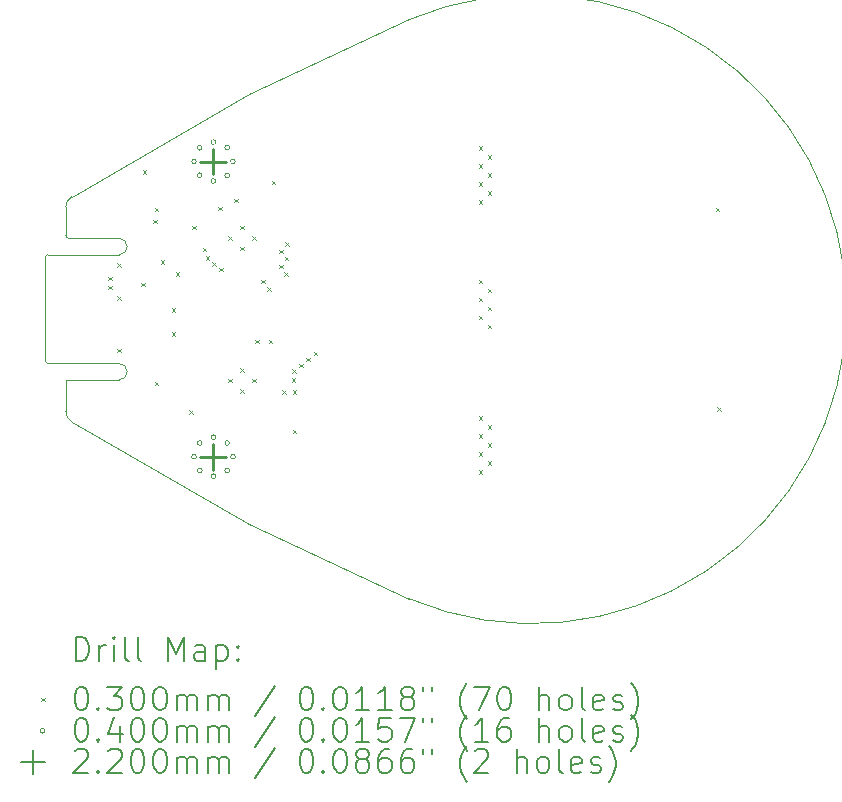
<source format=gbr>
%TF.GenerationSoftware,KiCad,Pcbnew,8.0.1*%
%TF.CreationDate,2024-04-18T14:38:25+01:00*%
%TF.ProjectId,makerspace-badge,6d616b65-7273-4706-9163-652d62616467,rev?*%
%TF.SameCoordinates,Original*%
%TF.FileFunction,Drillmap*%
%TF.FilePolarity,Positive*%
%FSLAX45Y45*%
G04 Gerber Fmt 4.5, Leading zero omitted, Abs format (unit mm)*
G04 Created by KiCad (PCBNEW 8.0.1) date 2024-04-18 14:38:25*
%MOMM*%
%LPD*%
G01*
G04 APERTURE LIST*
%ADD10C,0.050000*%
%ADD11C,0.100000*%
%ADD12C,0.200000*%
%ADD13C,0.220000*%
G04 APERTURE END LIST*
D10*
X10050000Y-9047373D02*
X11549999Y-8181347D01*
D11*
X10025000Y-9400000D02*
G75*
G02*
X10000000Y-9375000I0J25000D01*
G01*
D10*
X10050000Y-10952627D02*
X11549999Y-11818652D01*
X11549999Y-11818652D02*
X12909461Y-12452580D01*
X10000000Y-9375000D02*
X10000000Y-9133975D01*
X10000000Y-9133975D02*
G75*
G02*
X10050002Y-9047376I100000J-5D01*
G01*
X10000000Y-10625000D02*
X10000000Y-10866024D01*
X12909461Y-7547420D02*
G75*
G02*
X12909461Y-12452580I1037463J-2452580D01*
G01*
D11*
X10000000Y-10625000D02*
G75*
G02*
X10025000Y-10600000I25000J0D01*
G01*
D10*
X10050000Y-10952627D02*
G75*
G02*
X9999996Y-10866024I50000J86607D01*
G01*
X11549999Y-8181347D02*
X12909461Y-7547420D01*
X9825000Y-10440000D02*
X9825000Y-9560000D01*
X10450000Y-9400000D02*
X10025000Y-9400000D01*
X10450000Y-9540000D02*
X9845000Y-9540000D01*
X10450000Y-10460000D02*
X9845000Y-10460000D01*
X10450000Y-10600000D02*
X10025000Y-10600000D01*
X9825000Y-9560000D02*
G75*
G02*
X9845000Y-9540000I20000J0D01*
G01*
X9845000Y-10460000D02*
G75*
G02*
X9825000Y-10440000I0J20000D01*
G01*
X10450000Y-9400000D02*
G75*
G02*
X10520000Y-9470000I0J-70000D01*
G01*
X10450000Y-10460000D02*
G75*
G02*
X10520000Y-10530000I0J-70000D01*
G01*
X10520000Y-9470000D02*
G75*
G02*
X10450000Y-9540000I-70000J0D01*
G01*
X10520000Y-10530000D02*
G75*
G02*
X10450000Y-10600000I-70000J0D01*
G01*
D12*
D11*
X10360900Y-9725900D02*
X10390900Y-9755900D01*
X10390900Y-9725900D02*
X10360900Y-9755900D01*
X10360900Y-9802100D02*
X10390900Y-9832100D01*
X10390900Y-9802100D02*
X10360900Y-9832100D01*
X10437100Y-9611600D02*
X10467100Y-9641600D01*
X10467100Y-9611600D02*
X10437100Y-9641600D01*
X10437100Y-9891000D02*
X10467100Y-9921000D01*
X10467100Y-9891000D02*
X10437100Y-9921000D01*
X10437100Y-10335500D02*
X10467100Y-10365500D01*
X10467100Y-10335500D02*
X10437100Y-10365500D01*
X10640300Y-9776700D02*
X10670300Y-9806700D01*
X10670300Y-9776700D02*
X10640300Y-9806700D01*
X10653000Y-8824200D02*
X10683000Y-8854200D01*
X10683000Y-8824200D02*
X10653000Y-8854200D01*
X10741900Y-9243300D02*
X10771900Y-9273300D01*
X10771900Y-9243300D02*
X10741900Y-9273300D01*
X10754600Y-9141700D02*
X10784600Y-9171700D01*
X10784600Y-9141700D02*
X10754600Y-9171700D01*
X10754600Y-10614900D02*
X10784600Y-10644900D01*
X10784600Y-10614900D02*
X10754600Y-10644900D01*
X10805400Y-9586200D02*
X10835400Y-9616200D01*
X10835400Y-9586200D02*
X10805400Y-9616200D01*
X10896650Y-9992600D02*
X10926650Y-10022600D01*
X10926650Y-9992600D02*
X10896650Y-10022600D01*
X10896650Y-10195800D02*
X10926650Y-10225800D01*
X10926650Y-10195800D02*
X10896650Y-10225800D01*
X10932400Y-9687800D02*
X10962400Y-9717800D01*
X10962400Y-9687800D02*
X10932400Y-9717800D01*
X11046700Y-10856200D02*
X11076700Y-10886200D01*
X11076700Y-10856200D02*
X11046700Y-10886200D01*
X11072100Y-9294100D02*
X11102100Y-9324100D01*
X11102100Y-9294100D02*
X11072100Y-9324100D01*
X11159120Y-9479579D02*
X11189120Y-9509579D01*
X11189120Y-9479579D02*
X11159120Y-9509579D01*
X11185767Y-9550755D02*
X11215767Y-9580755D01*
X11215767Y-9550755D02*
X11185767Y-9580755D01*
X11239900Y-9604100D02*
X11269900Y-9634100D01*
X11269900Y-9604100D02*
X11239900Y-9634100D01*
X11292332Y-9131800D02*
X11322332Y-9161800D01*
X11322332Y-9131800D02*
X11292332Y-9161800D01*
X11300700Y-9649700D02*
X11330700Y-9679700D01*
X11330700Y-9649700D02*
X11300700Y-9679700D01*
X11376900Y-9383000D02*
X11406900Y-9413000D01*
X11406900Y-9383000D02*
X11376900Y-9413000D01*
X11376900Y-10589500D02*
X11406900Y-10619500D01*
X11406900Y-10589500D02*
X11376900Y-10619500D01*
X11427700Y-9065500D02*
X11457700Y-9095500D01*
X11457700Y-9065500D02*
X11427700Y-9095500D01*
X11478500Y-9294100D02*
X11508500Y-9324100D01*
X11508500Y-9294100D02*
X11478500Y-9324100D01*
X11478500Y-9471900D02*
X11508500Y-9501900D01*
X11508500Y-9471900D02*
X11478500Y-9501900D01*
X11478500Y-10500600D02*
X11508500Y-10530600D01*
X11508500Y-10500600D02*
X11478500Y-10530600D01*
X11478500Y-10678400D02*
X11508500Y-10708400D01*
X11508500Y-10678400D02*
X11478500Y-10708400D01*
X11580100Y-9383000D02*
X11610100Y-9413000D01*
X11610100Y-9383000D02*
X11580100Y-9413000D01*
X11580100Y-10589500D02*
X11610100Y-10619500D01*
X11610100Y-10589500D02*
X11580100Y-10619500D01*
X11605500Y-10258721D02*
X11635500Y-10288721D01*
X11635500Y-10258721D02*
X11605500Y-10288721D01*
X11656300Y-9751300D02*
X11686300Y-9781300D01*
X11686300Y-9751300D02*
X11656300Y-9781300D01*
X11707100Y-9814800D02*
X11737100Y-9844800D01*
X11737100Y-9814800D02*
X11707100Y-9844800D01*
X11719800Y-10258721D02*
X11749800Y-10288721D01*
X11749800Y-10258721D02*
X11719800Y-10288721D01*
X11745200Y-8913100D02*
X11775200Y-8943100D01*
X11775200Y-8913100D02*
X11745200Y-8943100D01*
X11808700Y-9497300D02*
X11838700Y-9527300D01*
X11838700Y-9497300D02*
X11808700Y-9527300D01*
X11808700Y-9624300D02*
X11838700Y-9654300D01*
X11838700Y-9624300D02*
X11808700Y-9654300D01*
X11834100Y-10687742D02*
X11864100Y-10717742D01*
X11864100Y-10687742D02*
X11834100Y-10717742D01*
X11847802Y-9689470D02*
X11877802Y-9719470D01*
X11877802Y-9689470D02*
X11847802Y-9719470D01*
X11854300Y-9558100D02*
X11884300Y-9588100D01*
X11884300Y-9558100D02*
X11854300Y-9588100D01*
X11859500Y-9433800D02*
X11889500Y-9463800D01*
X11889500Y-9433800D02*
X11859500Y-9463800D01*
X11913115Y-10586376D02*
X11943115Y-10616376D01*
X11943115Y-10586376D02*
X11913115Y-10616376D01*
X11917562Y-10508572D02*
X11947562Y-10538572D01*
X11947562Y-10508572D02*
X11917562Y-10538572D01*
X11923000Y-10687742D02*
X11953000Y-10717742D01*
X11953000Y-10687742D02*
X11923000Y-10717742D01*
X11923000Y-11021300D02*
X11953000Y-11051300D01*
X11953000Y-11021300D02*
X11923000Y-11051300D01*
X11976353Y-10460409D02*
X12006353Y-10490409D01*
X12006353Y-10460409D02*
X11976353Y-10490409D01*
X12037300Y-10411700D02*
X12067300Y-10441700D01*
X12067300Y-10411700D02*
X12037300Y-10441700D01*
X12100800Y-10360900D02*
X12130800Y-10390900D01*
X12130800Y-10360900D02*
X12100800Y-10390900D01*
X13497800Y-8621000D02*
X13527800Y-8651000D01*
X13527800Y-8621000D02*
X13497800Y-8651000D01*
X13497800Y-8773400D02*
X13527800Y-8803400D01*
X13527800Y-8773400D02*
X13497800Y-8803400D01*
X13497800Y-8925800D02*
X13527800Y-8955800D01*
X13527800Y-8925800D02*
X13497800Y-8955800D01*
X13497800Y-9078200D02*
X13527800Y-9108200D01*
X13527800Y-9078200D02*
X13497800Y-9108200D01*
X13497800Y-9751300D02*
X13527800Y-9781300D01*
X13527800Y-9751300D02*
X13497800Y-9781300D01*
X13497800Y-9903700D02*
X13527800Y-9933700D01*
X13527800Y-9903700D02*
X13497800Y-9933700D01*
X13497800Y-10056100D02*
X13527800Y-10086100D01*
X13527800Y-10056100D02*
X13497800Y-10086100D01*
X13497800Y-10907000D02*
X13527800Y-10937000D01*
X13527800Y-10907000D02*
X13497800Y-10937000D01*
X13497800Y-11059400D02*
X13527800Y-11089400D01*
X13527800Y-11059400D02*
X13497800Y-11089400D01*
X13497800Y-11211800D02*
X13527800Y-11241800D01*
X13527800Y-11211800D02*
X13497800Y-11241800D01*
X13497800Y-11364200D02*
X13527800Y-11394200D01*
X13527800Y-11364200D02*
X13497800Y-11394200D01*
X13574000Y-8697200D02*
X13604000Y-8727200D01*
X13604000Y-8697200D02*
X13574000Y-8727200D01*
X13574000Y-8849600D02*
X13604000Y-8879600D01*
X13604000Y-8849600D02*
X13574000Y-8879600D01*
X13574000Y-9002000D02*
X13604000Y-9032000D01*
X13604000Y-9002000D02*
X13574000Y-9032000D01*
X13574000Y-9827500D02*
X13604000Y-9857500D01*
X13604000Y-9827500D02*
X13574000Y-9857500D01*
X13574000Y-9979900D02*
X13604000Y-10009900D01*
X13604000Y-9979900D02*
X13574000Y-10009900D01*
X13574000Y-10132300D02*
X13604000Y-10162300D01*
X13604000Y-10132300D02*
X13574000Y-10162300D01*
X13574000Y-10983200D02*
X13604000Y-11013200D01*
X13604000Y-10983200D02*
X13574000Y-11013200D01*
X13574000Y-11135600D02*
X13604000Y-11165600D01*
X13604000Y-11135600D02*
X13574000Y-11165600D01*
X13574000Y-11288000D02*
X13604000Y-11318000D01*
X13604000Y-11288000D02*
X13574000Y-11318000D01*
X15504400Y-9141700D02*
X15534400Y-9171700D01*
X15534400Y-9141700D02*
X15504400Y-9171700D01*
X15517100Y-10830800D02*
X15547100Y-10860800D01*
X15547100Y-10830800D02*
X15517100Y-10860800D01*
X11105000Y-8750000D02*
G75*
G02*
X11065000Y-8750000I-20000J0D01*
G01*
X11065000Y-8750000D02*
G75*
G02*
X11105000Y-8750000I20000J0D01*
G01*
X11105000Y-11250000D02*
G75*
G02*
X11065000Y-11250000I-20000J0D01*
G01*
X11065000Y-11250000D02*
G75*
G02*
X11105000Y-11250000I20000J0D01*
G01*
X11153327Y-8633327D02*
G75*
G02*
X11113327Y-8633327I-20000J0D01*
G01*
X11113327Y-8633327D02*
G75*
G02*
X11153327Y-8633327I20000J0D01*
G01*
X11153327Y-8866673D02*
G75*
G02*
X11113327Y-8866673I-20000J0D01*
G01*
X11113327Y-8866673D02*
G75*
G02*
X11153327Y-8866673I20000J0D01*
G01*
X11153327Y-11133327D02*
G75*
G02*
X11113327Y-11133327I-20000J0D01*
G01*
X11113327Y-11133327D02*
G75*
G02*
X11153327Y-11133327I20000J0D01*
G01*
X11153327Y-11366673D02*
G75*
G02*
X11113327Y-11366673I-20000J0D01*
G01*
X11113327Y-11366673D02*
G75*
G02*
X11153327Y-11366673I20000J0D01*
G01*
X11270000Y-8585000D02*
G75*
G02*
X11230000Y-8585000I-20000J0D01*
G01*
X11230000Y-8585000D02*
G75*
G02*
X11270000Y-8585000I20000J0D01*
G01*
X11270000Y-8915000D02*
G75*
G02*
X11230000Y-8915000I-20000J0D01*
G01*
X11230000Y-8915000D02*
G75*
G02*
X11270000Y-8915000I20000J0D01*
G01*
X11270000Y-11085000D02*
G75*
G02*
X11230000Y-11085000I-20000J0D01*
G01*
X11230000Y-11085000D02*
G75*
G02*
X11270000Y-11085000I20000J0D01*
G01*
X11270000Y-11415000D02*
G75*
G02*
X11230000Y-11415000I-20000J0D01*
G01*
X11230000Y-11415000D02*
G75*
G02*
X11270000Y-11415000I20000J0D01*
G01*
X11386673Y-8633327D02*
G75*
G02*
X11346673Y-8633327I-20000J0D01*
G01*
X11346673Y-8633327D02*
G75*
G02*
X11386673Y-8633327I20000J0D01*
G01*
X11386673Y-8866673D02*
G75*
G02*
X11346673Y-8866673I-20000J0D01*
G01*
X11346673Y-8866673D02*
G75*
G02*
X11386673Y-8866673I20000J0D01*
G01*
X11386673Y-11133327D02*
G75*
G02*
X11346673Y-11133327I-20000J0D01*
G01*
X11346673Y-11133327D02*
G75*
G02*
X11386673Y-11133327I20000J0D01*
G01*
X11386673Y-11366673D02*
G75*
G02*
X11346673Y-11366673I-20000J0D01*
G01*
X11346673Y-11366673D02*
G75*
G02*
X11386673Y-11366673I20000J0D01*
G01*
X11435000Y-8750000D02*
G75*
G02*
X11395000Y-8750000I-20000J0D01*
G01*
X11395000Y-8750000D02*
G75*
G02*
X11435000Y-8750000I20000J0D01*
G01*
X11435000Y-11250000D02*
G75*
G02*
X11395000Y-11250000I-20000J0D01*
G01*
X11395000Y-11250000D02*
G75*
G02*
X11435000Y-11250000I20000J0D01*
G01*
D13*
X11250000Y-8640000D02*
X11250000Y-8860000D01*
X11140000Y-8750000D02*
X11360000Y-8750000D01*
X11250000Y-11140000D02*
X11250000Y-11360000D01*
X11140000Y-11250000D02*
X11360000Y-11250000D01*
D12*
X10083277Y-12976967D02*
X10083277Y-12776967D01*
X10083277Y-12776967D02*
X10130896Y-12776967D01*
X10130896Y-12776967D02*
X10159467Y-12786491D01*
X10159467Y-12786491D02*
X10178515Y-12805538D01*
X10178515Y-12805538D02*
X10188039Y-12824586D01*
X10188039Y-12824586D02*
X10197563Y-12862681D01*
X10197563Y-12862681D02*
X10197563Y-12891252D01*
X10197563Y-12891252D02*
X10188039Y-12929348D01*
X10188039Y-12929348D02*
X10178515Y-12948395D01*
X10178515Y-12948395D02*
X10159467Y-12967443D01*
X10159467Y-12967443D02*
X10130896Y-12976967D01*
X10130896Y-12976967D02*
X10083277Y-12976967D01*
X10283277Y-12976967D02*
X10283277Y-12843633D01*
X10283277Y-12881729D02*
X10292801Y-12862681D01*
X10292801Y-12862681D02*
X10302324Y-12853157D01*
X10302324Y-12853157D02*
X10321372Y-12843633D01*
X10321372Y-12843633D02*
X10340420Y-12843633D01*
X10407086Y-12976967D02*
X10407086Y-12843633D01*
X10407086Y-12776967D02*
X10397563Y-12786491D01*
X10397563Y-12786491D02*
X10407086Y-12796014D01*
X10407086Y-12796014D02*
X10416610Y-12786491D01*
X10416610Y-12786491D02*
X10407086Y-12776967D01*
X10407086Y-12776967D02*
X10407086Y-12796014D01*
X10530896Y-12976967D02*
X10511848Y-12967443D01*
X10511848Y-12967443D02*
X10502324Y-12948395D01*
X10502324Y-12948395D02*
X10502324Y-12776967D01*
X10635658Y-12976967D02*
X10616610Y-12967443D01*
X10616610Y-12967443D02*
X10607086Y-12948395D01*
X10607086Y-12948395D02*
X10607086Y-12776967D01*
X10864229Y-12976967D02*
X10864229Y-12776967D01*
X10864229Y-12776967D02*
X10930896Y-12919824D01*
X10930896Y-12919824D02*
X10997563Y-12776967D01*
X10997563Y-12776967D02*
X10997563Y-12976967D01*
X11178515Y-12976967D02*
X11178515Y-12872205D01*
X11178515Y-12872205D02*
X11168991Y-12853157D01*
X11168991Y-12853157D02*
X11149944Y-12843633D01*
X11149944Y-12843633D02*
X11111848Y-12843633D01*
X11111848Y-12843633D02*
X11092801Y-12853157D01*
X11178515Y-12967443D02*
X11159467Y-12976967D01*
X11159467Y-12976967D02*
X11111848Y-12976967D01*
X11111848Y-12976967D02*
X11092801Y-12967443D01*
X11092801Y-12967443D02*
X11083277Y-12948395D01*
X11083277Y-12948395D02*
X11083277Y-12929348D01*
X11083277Y-12929348D02*
X11092801Y-12910300D01*
X11092801Y-12910300D02*
X11111848Y-12900776D01*
X11111848Y-12900776D02*
X11159467Y-12900776D01*
X11159467Y-12900776D02*
X11178515Y-12891252D01*
X11273753Y-12843633D02*
X11273753Y-13043633D01*
X11273753Y-12853157D02*
X11292801Y-12843633D01*
X11292801Y-12843633D02*
X11330896Y-12843633D01*
X11330896Y-12843633D02*
X11349943Y-12853157D01*
X11349943Y-12853157D02*
X11359467Y-12862681D01*
X11359467Y-12862681D02*
X11368991Y-12881729D01*
X11368991Y-12881729D02*
X11368991Y-12938871D01*
X11368991Y-12938871D02*
X11359467Y-12957919D01*
X11359467Y-12957919D02*
X11349943Y-12967443D01*
X11349943Y-12967443D02*
X11330896Y-12976967D01*
X11330896Y-12976967D02*
X11292801Y-12976967D01*
X11292801Y-12976967D02*
X11273753Y-12967443D01*
X11454705Y-12957919D02*
X11464229Y-12967443D01*
X11464229Y-12967443D02*
X11454705Y-12976967D01*
X11454705Y-12976967D02*
X11445182Y-12967443D01*
X11445182Y-12967443D02*
X11454705Y-12957919D01*
X11454705Y-12957919D02*
X11454705Y-12976967D01*
X11454705Y-12853157D02*
X11464229Y-12862681D01*
X11464229Y-12862681D02*
X11454705Y-12872205D01*
X11454705Y-12872205D02*
X11445182Y-12862681D01*
X11445182Y-12862681D02*
X11454705Y-12853157D01*
X11454705Y-12853157D02*
X11454705Y-12872205D01*
D11*
X9792500Y-13290483D02*
X9822500Y-13320483D01*
X9822500Y-13290483D02*
X9792500Y-13320483D01*
D12*
X10121372Y-13196967D02*
X10140420Y-13196967D01*
X10140420Y-13196967D02*
X10159467Y-13206491D01*
X10159467Y-13206491D02*
X10168991Y-13216014D01*
X10168991Y-13216014D02*
X10178515Y-13235062D01*
X10178515Y-13235062D02*
X10188039Y-13273157D01*
X10188039Y-13273157D02*
X10188039Y-13320776D01*
X10188039Y-13320776D02*
X10178515Y-13358871D01*
X10178515Y-13358871D02*
X10168991Y-13377919D01*
X10168991Y-13377919D02*
X10159467Y-13387443D01*
X10159467Y-13387443D02*
X10140420Y-13396967D01*
X10140420Y-13396967D02*
X10121372Y-13396967D01*
X10121372Y-13396967D02*
X10102324Y-13387443D01*
X10102324Y-13387443D02*
X10092801Y-13377919D01*
X10092801Y-13377919D02*
X10083277Y-13358871D01*
X10083277Y-13358871D02*
X10073753Y-13320776D01*
X10073753Y-13320776D02*
X10073753Y-13273157D01*
X10073753Y-13273157D02*
X10083277Y-13235062D01*
X10083277Y-13235062D02*
X10092801Y-13216014D01*
X10092801Y-13216014D02*
X10102324Y-13206491D01*
X10102324Y-13206491D02*
X10121372Y-13196967D01*
X10273753Y-13377919D02*
X10283277Y-13387443D01*
X10283277Y-13387443D02*
X10273753Y-13396967D01*
X10273753Y-13396967D02*
X10264229Y-13387443D01*
X10264229Y-13387443D02*
X10273753Y-13377919D01*
X10273753Y-13377919D02*
X10273753Y-13396967D01*
X10349944Y-13196967D02*
X10473753Y-13196967D01*
X10473753Y-13196967D02*
X10407086Y-13273157D01*
X10407086Y-13273157D02*
X10435658Y-13273157D01*
X10435658Y-13273157D02*
X10454705Y-13282681D01*
X10454705Y-13282681D02*
X10464229Y-13292205D01*
X10464229Y-13292205D02*
X10473753Y-13311252D01*
X10473753Y-13311252D02*
X10473753Y-13358871D01*
X10473753Y-13358871D02*
X10464229Y-13377919D01*
X10464229Y-13377919D02*
X10454705Y-13387443D01*
X10454705Y-13387443D02*
X10435658Y-13396967D01*
X10435658Y-13396967D02*
X10378515Y-13396967D01*
X10378515Y-13396967D02*
X10359467Y-13387443D01*
X10359467Y-13387443D02*
X10349944Y-13377919D01*
X10597563Y-13196967D02*
X10616610Y-13196967D01*
X10616610Y-13196967D02*
X10635658Y-13206491D01*
X10635658Y-13206491D02*
X10645182Y-13216014D01*
X10645182Y-13216014D02*
X10654705Y-13235062D01*
X10654705Y-13235062D02*
X10664229Y-13273157D01*
X10664229Y-13273157D02*
X10664229Y-13320776D01*
X10664229Y-13320776D02*
X10654705Y-13358871D01*
X10654705Y-13358871D02*
X10645182Y-13377919D01*
X10645182Y-13377919D02*
X10635658Y-13387443D01*
X10635658Y-13387443D02*
X10616610Y-13396967D01*
X10616610Y-13396967D02*
X10597563Y-13396967D01*
X10597563Y-13396967D02*
X10578515Y-13387443D01*
X10578515Y-13387443D02*
X10568991Y-13377919D01*
X10568991Y-13377919D02*
X10559467Y-13358871D01*
X10559467Y-13358871D02*
X10549944Y-13320776D01*
X10549944Y-13320776D02*
X10549944Y-13273157D01*
X10549944Y-13273157D02*
X10559467Y-13235062D01*
X10559467Y-13235062D02*
X10568991Y-13216014D01*
X10568991Y-13216014D02*
X10578515Y-13206491D01*
X10578515Y-13206491D02*
X10597563Y-13196967D01*
X10788039Y-13196967D02*
X10807086Y-13196967D01*
X10807086Y-13196967D02*
X10826134Y-13206491D01*
X10826134Y-13206491D02*
X10835658Y-13216014D01*
X10835658Y-13216014D02*
X10845182Y-13235062D01*
X10845182Y-13235062D02*
X10854705Y-13273157D01*
X10854705Y-13273157D02*
X10854705Y-13320776D01*
X10854705Y-13320776D02*
X10845182Y-13358871D01*
X10845182Y-13358871D02*
X10835658Y-13377919D01*
X10835658Y-13377919D02*
X10826134Y-13387443D01*
X10826134Y-13387443D02*
X10807086Y-13396967D01*
X10807086Y-13396967D02*
X10788039Y-13396967D01*
X10788039Y-13396967D02*
X10768991Y-13387443D01*
X10768991Y-13387443D02*
X10759467Y-13377919D01*
X10759467Y-13377919D02*
X10749944Y-13358871D01*
X10749944Y-13358871D02*
X10740420Y-13320776D01*
X10740420Y-13320776D02*
X10740420Y-13273157D01*
X10740420Y-13273157D02*
X10749944Y-13235062D01*
X10749944Y-13235062D02*
X10759467Y-13216014D01*
X10759467Y-13216014D02*
X10768991Y-13206491D01*
X10768991Y-13206491D02*
X10788039Y-13196967D01*
X10940420Y-13396967D02*
X10940420Y-13263633D01*
X10940420Y-13282681D02*
X10949944Y-13273157D01*
X10949944Y-13273157D02*
X10968991Y-13263633D01*
X10968991Y-13263633D02*
X10997563Y-13263633D01*
X10997563Y-13263633D02*
X11016610Y-13273157D01*
X11016610Y-13273157D02*
X11026134Y-13292205D01*
X11026134Y-13292205D02*
X11026134Y-13396967D01*
X11026134Y-13292205D02*
X11035658Y-13273157D01*
X11035658Y-13273157D02*
X11054705Y-13263633D01*
X11054705Y-13263633D02*
X11083277Y-13263633D01*
X11083277Y-13263633D02*
X11102325Y-13273157D01*
X11102325Y-13273157D02*
X11111848Y-13292205D01*
X11111848Y-13292205D02*
X11111848Y-13396967D01*
X11207086Y-13396967D02*
X11207086Y-13263633D01*
X11207086Y-13282681D02*
X11216610Y-13273157D01*
X11216610Y-13273157D02*
X11235658Y-13263633D01*
X11235658Y-13263633D02*
X11264229Y-13263633D01*
X11264229Y-13263633D02*
X11283277Y-13273157D01*
X11283277Y-13273157D02*
X11292801Y-13292205D01*
X11292801Y-13292205D02*
X11292801Y-13396967D01*
X11292801Y-13292205D02*
X11302324Y-13273157D01*
X11302324Y-13273157D02*
X11321372Y-13263633D01*
X11321372Y-13263633D02*
X11349943Y-13263633D01*
X11349943Y-13263633D02*
X11368991Y-13273157D01*
X11368991Y-13273157D02*
X11378515Y-13292205D01*
X11378515Y-13292205D02*
X11378515Y-13396967D01*
X11768991Y-13187443D02*
X11597563Y-13444586D01*
X12026134Y-13196967D02*
X12045182Y-13196967D01*
X12045182Y-13196967D02*
X12064229Y-13206491D01*
X12064229Y-13206491D02*
X12073753Y-13216014D01*
X12073753Y-13216014D02*
X12083277Y-13235062D01*
X12083277Y-13235062D02*
X12092801Y-13273157D01*
X12092801Y-13273157D02*
X12092801Y-13320776D01*
X12092801Y-13320776D02*
X12083277Y-13358871D01*
X12083277Y-13358871D02*
X12073753Y-13377919D01*
X12073753Y-13377919D02*
X12064229Y-13387443D01*
X12064229Y-13387443D02*
X12045182Y-13396967D01*
X12045182Y-13396967D02*
X12026134Y-13396967D01*
X12026134Y-13396967D02*
X12007086Y-13387443D01*
X12007086Y-13387443D02*
X11997563Y-13377919D01*
X11997563Y-13377919D02*
X11988039Y-13358871D01*
X11988039Y-13358871D02*
X11978515Y-13320776D01*
X11978515Y-13320776D02*
X11978515Y-13273157D01*
X11978515Y-13273157D02*
X11988039Y-13235062D01*
X11988039Y-13235062D02*
X11997563Y-13216014D01*
X11997563Y-13216014D02*
X12007086Y-13206491D01*
X12007086Y-13206491D02*
X12026134Y-13196967D01*
X12178515Y-13377919D02*
X12188039Y-13387443D01*
X12188039Y-13387443D02*
X12178515Y-13396967D01*
X12178515Y-13396967D02*
X12168991Y-13387443D01*
X12168991Y-13387443D02*
X12178515Y-13377919D01*
X12178515Y-13377919D02*
X12178515Y-13396967D01*
X12311848Y-13196967D02*
X12330896Y-13196967D01*
X12330896Y-13196967D02*
X12349944Y-13206491D01*
X12349944Y-13206491D02*
X12359467Y-13216014D01*
X12359467Y-13216014D02*
X12368991Y-13235062D01*
X12368991Y-13235062D02*
X12378515Y-13273157D01*
X12378515Y-13273157D02*
X12378515Y-13320776D01*
X12378515Y-13320776D02*
X12368991Y-13358871D01*
X12368991Y-13358871D02*
X12359467Y-13377919D01*
X12359467Y-13377919D02*
X12349944Y-13387443D01*
X12349944Y-13387443D02*
X12330896Y-13396967D01*
X12330896Y-13396967D02*
X12311848Y-13396967D01*
X12311848Y-13396967D02*
X12292801Y-13387443D01*
X12292801Y-13387443D02*
X12283277Y-13377919D01*
X12283277Y-13377919D02*
X12273753Y-13358871D01*
X12273753Y-13358871D02*
X12264229Y-13320776D01*
X12264229Y-13320776D02*
X12264229Y-13273157D01*
X12264229Y-13273157D02*
X12273753Y-13235062D01*
X12273753Y-13235062D02*
X12283277Y-13216014D01*
X12283277Y-13216014D02*
X12292801Y-13206491D01*
X12292801Y-13206491D02*
X12311848Y-13196967D01*
X12568991Y-13396967D02*
X12454706Y-13396967D01*
X12511848Y-13396967D02*
X12511848Y-13196967D01*
X12511848Y-13196967D02*
X12492801Y-13225538D01*
X12492801Y-13225538D02*
X12473753Y-13244586D01*
X12473753Y-13244586D02*
X12454706Y-13254110D01*
X12759467Y-13396967D02*
X12645182Y-13396967D01*
X12702325Y-13396967D02*
X12702325Y-13196967D01*
X12702325Y-13196967D02*
X12683277Y-13225538D01*
X12683277Y-13225538D02*
X12664229Y-13244586D01*
X12664229Y-13244586D02*
X12645182Y-13254110D01*
X12873753Y-13282681D02*
X12854706Y-13273157D01*
X12854706Y-13273157D02*
X12845182Y-13263633D01*
X12845182Y-13263633D02*
X12835658Y-13244586D01*
X12835658Y-13244586D02*
X12835658Y-13235062D01*
X12835658Y-13235062D02*
X12845182Y-13216014D01*
X12845182Y-13216014D02*
X12854706Y-13206491D01*
X12854706Y-13206491D02*
X12873753Y-13196967D01*
X12873753Y-13196967D02*
X12911848Y-13196967D01*
X12911848Y-13196967D02*
X12930896Y-13206491D01*
X12930896Y-13206491D02*
X12940420Y-13216014D01*
X12940420Y-13216014D02*
X12949944Y-13235062D01*
X12949944Y-13235062D02*
X12949944Y-13244586D01*
X12949944Y-13244586D02*
X12940420Y-13263633D01*
X12940420Y-13263633D02*
X12930896Y-13273157D01*
X12930896Y-13273157D02*
X12911848Y-13282681D01*
X12911848Y-13282681D02*
X12873753Y-13282681D01*
X12873753Y-13282681D02*
X12854706Y-13292205D01*
X12854706Y-13292205D02*
X12845182Y-13301729D01*
X12845182Y-13301729D02*
X12835658Y-13320776D01*
X12835658Y-13320776D02*
X12835658Y-13358871D01*
X12835658Y-13358871D02*
X12845182Y-13377919D01*
X12845182Y-13377919D02*
X12854706Y-13387443D01*
X12854706Y-13387443D02*
X12873753Y-13396967D01*
X12873753Y-13396967D02*
X12911848Y-13396967D01*
X12911848Y-13396967D02*
X12930896Y-13387443D01*
X12930896Y-13387443D02*
X12940420Y-13377919D01*
X12940420Y-13377919D02*
X12949944Y-13358871D01*
X12949944Y-13358871D02*
X12949944Y-13320776D01*
X12949944Y-13320776D02*
X12940420Y-13301729D01*
X12940420Y-13301729D02*
X12930896Y-13292205D01*
X12930896Y-13292205D02*
X12911848Y-13282681D01*
X13026134Y-13196967D02*
X13026134Y-13235062D01*
X13102325Y-13196967D02*
X13102325Y-13235062D01*
X13397563Y-13473157D02*
X13388039Y-13463633D01*
X13388039Y-13463633D02*
X13368991Y-13435062D01*
X13368991Y-13435062D02*
X13359468Y-13416014D01*
X13359468Y-13416014D02*
X13349944Y-13387443D01*
X13349944Y-13387443D02*
X13340420Y-13339824D01*
X13340420Y-13339824D02*
X13340420Y-13301729D01*
X13340420Y-13301729D02*
X13349944Y-13254110D01*
X13349944Y-13254110D02*
X13359468Y-13225538D01*
X13359468Y-13225538D02*
X13368991Y-13206491D01*
X13368991Y-13206491D02*
X13388039Y-13177919D01*
X13388039Y-13177919D02*
X13397563Y-13168395D01*
X13454706Y-13196967D02*
X13588039Y-13196967D01*
X13588039Y-13196967D02*
X13502325Y-13396967D01*
X13702325Y-13196967D02*
X13721372Y-13196967D01*
X13721372Y-13196967D02*
X13740420Y-13206491D01*
X13740420Y-13206491D02*
X13749944Y-13216014D01*
X13749944Y-13216014D02*
X13759468Y-13235062D01*
X13759468Y-13235062D02*
X13768991Y-13273157D01*
X13768991Y-13273157D02*
X13768991Y-13320776D01*
X13768991Y-13320776D02*
X13759468Y-13358871D01*
X13759468Y-13358871D02*
X13749944Y-13377919D01*
X13749944Y-13377919D02*
X13740420Y-13387443D01*
X13740420Y-13387443D02*
X13721372Y-13396967D01*
X13721372Y-13396967D02*
X13702325Y-13396967D01*
X13702325Y-13396967D02*
X13683277Y-13387443D01*
X13683277Y-13387443D02*
X13673753Y-13377919D01*
X13673753Y-13377919D02*
X13664229Y-13358871D01*
X13664229Y-13358871D02*
X13654706Y-13320776D01*
X13654706Y-13320776D02*
X13654706Y-13273157D01*
X13654706Y-13273157D02*
X13664229Y-13235062D01*
X13664229Y-13235062D02*
X13673753Y-13216014D01*
X13673753Y-13216014D02*
X13683277Y-13206491D01*
X13683277Y-13206491D02*
X13702325Y-13196967D01*
X14007087Y-13396967D02*
X14007087Y-13196967D01*
X14092801Y-13396967D02*
X14092801Y-13292205D01*
X14092801Y-13292205D02*
X14083277Y-13273157D01*
X14083277Y-13273157D02*
X14064230Y-13263633D01*
X14064230Y-13263633D02*
X14035658Y-13263633D01*
X14035658Y-13263633D02*
X14016610Y-13273157D01*
X14016610Y-13273157D02*
X14007087Y-13282681D01*
X14216610Y-13396967D02*
X14197563Y-13387443D01*
X14197563Y-13387443D02*
X14188039Y-13377919D01*
X14188039Y-13377919D02*
X14178515Y-13358871D01*
X14178515Y-13358871D02*
X14178515Y-13301729D01*
X14178515Y-13301729D02*
X14188039Y-13282681D01*
X14188039Y-13282681D02*
X14197563Y-13273157D01*
X14197563Y-13273157D02*
X14216610Y-13263633D01*
X14216610Y-13263633D02*
X14245182Y-13263633D01*
X14245182Y-13263633D02*
X14264230Y-13273157D01*
X14264230Y-13273157D02*
X14273753Y-13282681D01*
X14273753Y-13282681D02*
X14283277Y-13301729D01*
X14283277Y-13301729D02*
X14283277Y-13358871D01*
X14283277Y-13358871D02*
X14273753Y-13377919D01*
X14273753Y-13377919D02*
X14264230Y-13387443D01*
X14264230Y-13387443D02*
X14245182Y-13396967D01*
X14245182Y-13396967D02*
X14216610Y-13396967D01*
X14397563Y-13396967D02*
X14378515Y-13387443D01*
X14378515Y-13387443D02*
X14368991Y-13368395D01*
X14368991Y-13368395D02*
X14368991Y-13196967D01*
X14549944Y-13387443D02*
X14530896Y-13396967D01*
X14530896Y-13396967D02*
X14492801Y-13396967D01*
X14492801Y-13396967D02*
X14473753Y-13387443D01*
X14473753Y-13387443D02*
X14464230Y-13368395D01*
X14464230Y-13368395D02*
X14464230Y-13292205D01*
X14464230Y-13292205D02*
X14473753Y-13273157D01*
X14473753Y-13273157D02*
X14492801Y-13263633D01*
X14492801Y-13263633D02*
X14530896Y-13263633D01*
X14530896Y-13263633D02*
X14549944Y-13273157D01*
X14549944Y-13273157D02*
X14559468Y-13292205D01*
X14559468Y-13292205D02*
X14559468Y-13311252D01*
X14559468Y-13311252D02*
X14464230Y-13330300D01*
X14635658Y-13387443D02*
X14654706Y-13396967D01*
X14654706Y-13396967D02*
X14692801Y-13396967D01*
X14692801Y-13396967D02*
X14711849Y-13387443D01*
X14711849Y-13387443D02*
X14721372Y-13368395D01*
X14721372Y-13368395D02*
X14721372Y-13358871D01*
X14721372Y-13358871D02*
X14711849Y-13339824D01*
X14711849Y-13339824D02*
X14692801Y-13330300D01*
X14692801Y-13330300D02*
X14664230Y-13330300D01*
X14664230Y-13330300D02*
X14645182Y-13320776D01*
X14645182Y-13320776D02*
X14635658Y-13301729D01*
X14635658Y-13301729D02*
X14635658Y-13292205D01*
X14635658Y-13292205D02*
X14645182Y-13273157D01*
X14645182Y-13273157D02*
X14664230Y-13263633D01*
X14664230Y-13263633D02*
X14692801Y-13263633D01*
X14692801Y-13263633D02*
X14711849Y-13273157D01*
X14788039Y-13473157D02*
X14797563Y-13463633D01*
X14797563Y-13463633D02*
X14816611Y-13435062D01*
X14816611Y-13435062D02*
X14826134Y-13416014D01*
X14826134Y-13416014D02*
X14835658Y-13387443D01*
X14835658Y-13387443D02*
X14845182Y-13339824D01*
X14845182Y-13339824D02*
X14845182Y-13301729D01*
X14845182Y-13301729D02*
X14835658Y-13254110D01*
X14835658Y-13254110D02*
X14826134Y-13225538D01*
X14826134Y-13225538D02*
X14816611Y-13206491D01*
X14816611Y-13206491D02*
X14797563Y-13177919D01*
X14797563Y-13177919D02*
X14788039Y-13168395D01*
D11*
X9822500Y-13569483D02*
G75*
G02*
X9782500Y-13569483I-20000J0D01*
G01*
X9782500Y-13569483D02*
G75*
G02*
X9822500Y-13569483I20000J0D01*
G01*
D12*
X10121372Y-13460967D02*
X10140420Y-13460967D01*
X10140420Y-13460967D02*
X10159467Y-13470491D01*
X10159467Y-13470491D02*
X10168991Y-13480014D01*
X10168991Y-13480014D02*
X10178515Y-13499062D01*
X10178515Y-13499062D02*
X10188039Y-13537157D01*
X10188039Y-13537157D02*
X10188039Y-13584776D01*
X10188039Y-13584776D02*
X10178515Y-13622871D01*
X10178515Y-13622871D02*
X10168991Y-13641919D01*
X10168991Y-13641919D02*
X10159467Y-13651443D01*
X10159467Y-13651443D02*
X10140420Y-13660967D01*
X10140420Y-13660967D02*
X10121372Y-13660967D01*
X10121372Y-13660967D02*
X10102324Y-13651443D01*
X10102324Y-13651443D02*
X10092801Y-13641919D01*
X10092801Y-13641919D02*
X10083277Y-13622871D01*
X10083277Y-13622871D02*
X10073753Y-13584776D01*
X10073753Y-13584776D02*
X10073753Y-13537157D01*
X10073753Y-13537157D02*
X10083277Y-13499062D01*
X10083277Y-13499062D02*
X10092801Y-13480014D01*
X10092801Y-13480014D02*
X10102324Y-13470491D01*
X10102324Y-13470491D02*
X10121372Y-13460967D01*
X10273753Y-13641919D02*
X10283277Y-13651443D01*
X10283277Y-13651443D02*
X10273753Y-13660967D01*
X10273753Y-13660967D02*
X10264229Y-13651443D01*
X10264229Y-13651443D02*
X10273753Y-13641919D01*
X10273753Y-13641919D02*
X10273753Y-13660967D01*
X10454705Y-13527633D02*
X10454705Y-13660967D01*
X10407086Y-13451443D02*
X10359467Y-13594300D01*
X10359467Y-13594300D02*
X10483277Y-13594300D01*
X10597563Y-13460967D02*
X10616610Y-13460967D01*
X10616610Y-13460967D02*
X10635658Y-13470491D01*
X10635658Y-13470491D02*
X10645182Y-13480014D01*
X10645182Y-13480014D02*
X10654705Y-13499062D01*
X10654705Y-13499062D02*
X10664229Y-13537157D01*
X10664229Y-13537157D02*
X10664229Y-13584776D01*
X10664229Y-13584776D02*
X10654705Y-13622871D01*
X10654705Y-13622871D02*
X10645182Y-13641919D01*
X10645182Y-13641919D02*
X10635658Y-13651443D01*
X10635658Y-13651443D02*
X10616610Y-13660967D01*
X10616610Y-13660967D02*
X10597563Y-13660967D01*
X10597563Y-13660967D02*
X10578515Y-13651443D01*
X10578515Y-13651443D02*
X10568991Y-13641919D01*
X10568991Y-13641919D02*
X10559467Y-13622871D01*
X10559467Y-13622871D02*
X10549944Y-13584776D01*
X10549944Y-13584776D02*
X10549944Y-13537157D01*
X10549944Y-13537157D02*
X10559467Y-13499062D01*
X10559467Y-13499062D02*
X10568991Y-13480014D01*
X10568991Y-13480014D02*
X10578515Y-13470491D01*
X10578515Y-13470491D02*
X10597563Y-13460967D01*
X10788039Y-13460967D02*
X10807086Y-13460967D01*
X10807086Y-13460967D02*
X10826134Y-13470491D01*
X10826134Y-13470491D02*
X10835658Y-13480014D01*
X10835658Y-13480014D02*
X10845182Y-13499062D01*
X10845182Y-13499062D02*
X10854705Y-13537157D01*
X10854705Y-13537157D02*
X10854705Y-13584776D01*
X10854705Y-13584776D02*
X10845182Y-13622871D01*
X10845182Y-13622871D02*
X10835658Y-13641919D01*
X10835658Y-13641919D02*
X10826134Y-13651443D01*
X10826134Y-13651443D02*
X10807086Y-13660967D01*
X10807086Y-13660967D02*
X10788039Y-13660967D01*
X10788039Y-13660967D02*
X10768991Y-13651443D01*
X10768991Y-13651443D02*
X10759467Y-13641919D01*
X10759467Y-13641919D02*
X10749944Y-13622871D01*
X10749944Y-13622871D02*
X10740420Y-13584776D01*
X10740420Y-13584776D02*
X10740420Y-13537157D01*
X10740420Y-13537157D02*
X10749944Y-13499062D01*
X10749944Y-13499062D02*
X10759467Y-13480014D01*
X10759467Y-13480014D02*
X10768991Y-13470491D01*
X10768991Y-13470491D02*
X10788039Y-13460967D01*
X10940420Y-13660967D02*
X10940420Y-13527633D01*
X10940420Y-13546681D02*
X10949944Y-13537157D01*
X10949944Y-13537157D02*
X10968991Y-13527633D01*
X10968991Y-13527633D02*
X10997563Y-13527633D01*
X10997563Y-13527633D02*
X11016610Y-13537157D01*
X11016610Y-13537157D02*
X11026134Y-13556205D01*
X11026134Y-13556205D02*
X11026134Y-13660967D01*
X11026134Y-13556205D02*
X11035658Y-13537157D01*
X11035658Y-13537157D02*
X11054705Y-13527633D01*
X11054705Y-13527633D02*
X11083277Y-13527633D01*
X11083277Y-13527633D02*
X11102325Y-13537157D01*
X11102325Y-13537157D02*
X11111848Y-13556205D01*
X11111848Y-13556205D02*
X11111848Y-13660967D01*
X11207086Y-13660967D02*
X11207086Y-13527633D01*
X11207086Y-13546681D02*
X11216610Y-13537157D01*
X11216610Y-13537157D02*
X11235658Y-13527633D01*
X11235658Y-13527633D02*
X11264229Y-13527633D01*
X11264229Y-13527633D02*
X11283277Y-13537157D01*
X11283277Y-13537157D02*
X11292801Y-13556205D01*
X11292801Y-13556205D02*
X11292801Y-13660967D01*
X11292801Y-13556205D02*
X11302324Y-13537157D01*
X11302324Y-13537157D02*
X11321372Y-13527633D01*
X11321372Y-13527633D02*
X11349943Y-13527633D01*
X11349943Y-13527633D02*
X11368991Y-13537157D01*
X11368991Y-13537157D02*
X11378515Y-13556205D01*
X11378515Y-13556205D02*
X11378515Y-13660967D01*
X11768991Y-13451443D02*
X11597563Y-13708586D01*
X12026134Y-13460967D02*
X12045182Y-13460967D01*
X12045182Y-13460967D02*
X12064229Y-13470491D01*
X12064229Y-13470491D02*
X12073753Y-13480014D01*
X12073753Y-13480014D02*
X12083277Y-13499062D01*
X12083277Y-13499062D02*
X12092801Y-13537157D01*
X12092801Y-13537157D02*
X12092801Y-13584776D01*
X12092801Y-13584776D02*
X12083277Y-13622871D01*
X12083277Y-13622871D02*
X12073753Y-13641919D01*
X12073753Y-13641919D02*
X12064229Y-13651443D01*
X12064229Y-13651443D02*
X12045182Y-13660967D01*
X12045182Y-13660967D02*
X12026134Y-13660967D01*
X12026134Y-13660967D02*
X12007086Y-13651443D01*
X12007086Y-13651443D02*
X11997563Y-13641919D01*
X11997563Y-13641919D02*
X11988039Y-13622871D01*
X11988039Y-13622871D02*
X11978515Y-13584776D01*
X11978515Y-13584776D02*
X11978515Y-13537157D01*
X11978515Y-13537157D02*
X11988039Y-13499062D01*
X11988039Y-13499062D02*
X11997563Y-13480014D01*
X11997563Y-13480014D02*
X12007086Y-13470491D01*
X12007086Y-13470491D02*
X12026134Y-13460967D01*
X12178515Y-13641919D02*
X12188039Y-13651443D01*
X12188039Y-13651443D02*
X12178515Y-13660967D01*
X12178515Y-13660967D02*
X12168991Y-13651443D01*
X12168991Y-13651443D02*
X12178515Y-13641919D01*
X12178515Y-13641919D02*
X12178515Y-13660967D01*
X12311848Y-13460967D02*
X12330896Y-13460967D01*
X12330896Y-13460967D02*
X12349944Y-13470491D01*
X12349944Y-13470491D02*
X12359467Y-13480014D01*
X12359467Y-13480014D02*
X12368991Y-13499062D01*
X12368991Y-13499062D02*
X12378515Y-13537157D01*
X12378515Y-13537157D02*
X12378515Y-13584776D01*
X12378515Y-13584776D02*
X12368991Y-13622871D01*
X12368991Y-13622871D02*
X12359467Y-13641919D01*
X12359467Y-13641919D02*
X12349944Y-13651443D01*
X12349944Y-13651443D02*
X12330896Y-13660967D01*
X12330896Y-13660967D02*
X12311848Y-13660967D01*
X12311848Y-13660967D02*
X12292801Y-13651443D01*
X12292801Y-13651443D02*
X12283277Y-13641919D01*
X12283277Y-13641919D02*
X12273753Y-13622871D01*
X12273753Y-13622871D02*
X12264229Y-13584776D01*
X12264229Y-13584776D02*
X12264229Y-13537157D01*
X12264229Y-13537157D02*
X12273753Y-13499062D01*
X12273753Y-13499062D02*
X12283277Y-13480014D01*
X12283277Y-13480014D02*
X12292801Y-13470491D01*
X12292801Y-13470491D02*
X12311848Y-13460967D01*
X12568991Y-13660967D02*
X12454706Y-13660967D01*
X12511848Y-13660967D02*
X12511848Y-13460967D01*
X12511848Y-13460967D02*
X12492801Y-13489538D01*
X12492801Y-13489538D02*
X12473753Y-13508586D01*
X12473753Y-13508586D02*
X12454706Y-13518110D01*
X12749944Y-13460967D02*
X12654706Y-13460967D01*
X12654706Y-13460967D02*
X12645182Y-13556205D01*
X12645182Y-13556205D02*
X12654706Y-13546681D01*
X12654706Y-13546681D02*
X12673753Y-13537157D01*
X12673753Y-13537157D02*
X12721372Y-13537157D01*
X12721372Y-13537157D02*
X12740420Y-13546681D01*
X12740420Y-13546681D02*
X12749944Y-13556205D01*
X12749944Y-13556205D02*
X12759467Y-13575252D01*
X12759467Y-13575252D02*
X12759467Y-13622871D01*
X12759467Y-13622871D02*
X12749944Y-13641919D01*
X12749944Y-13641919D02*
X12740420Y-13651443D01*
X12740420Y-13651443D02*
X12721372Y-13660967D01*
X12721372Y-13660967D02*
X12673753Y-13660967D01*
X12673753Y-13660967D02*
X12654706Y-13651443D01*
X12654706Y-13651443D02*
X12645182Y-13641919D01*
X12826134Y-13460967D02*
X12959467Y-13460967D01*
X12959467Y-13460967D02*
X12873753Y-13660967D01*
X13026134Y-13460967D02*
X13026134Y-13499062D01*
X13102325Y-13460967D02*
X13102325Y-13499062D01*
X13397563Y-13737157D02*
X13388039Y-13727633D01*
X13388039Y-13727633D02*
X13368991Y-13699062D01*
X13368991Y-13699062D02*
X13359468Y-13680014D01*
X13359468Y-13680014D02*
X13349944Y-13651443D01*
X13349944Y-13651443D02*
X13340420Y-13603824D01*
X13340420Y-13603824D02*
X13340420Y-13565729D01*
X13340420Y-13565729D02*
X13349944Y-13518110D01*
X13349944Y-13518110D02*
X13359468Y-13489538D01*
X13359468Y-13489538D02*
X13368991Y-13470491D01*
X13368991Y-13470491D02*
X13388039Y-13441919D01*
X13388039Y-13441919D02*
X13397563Y-13432395D01*
X13578515Y-13660967D02*
X13464229Y-13660967D01*
X13521372Y-13660967D02*
X13521372Y-13460967D01*
X13521372Y-13460967D02*
X13502325Y-13489538D01*
X13502325Y-13489538D02*
X13483277Y-13508586D01*
X13483277Y-13508586D02*
X13464229Y-13518110D01*
X13749944Y-13460967D02*
X13711848Y-13460967D01*
X13711848Y-13460967D02*
X13692801Y-13470491D01*
X13692801Y-13470491D02*
X13683277Y-13480014D01*
X13683277Y-13480014D02*
X13664229Y-13508586D01*
X13664229Y-13508586D02*
X13654706Y-13546681D01*
X13654706Y-13546681D02*
X13654706Y-13622871D01*
X13654706Y-13622871D02*
X13664229Y-13641919D01*
X13664229Y-13641919D02*
X13673753Y-13651443D01*
X13673753Y-13651443D02*
X13692801Y-13660967D01*
X13692801Y-13660967D02*
X13730896Y-13660967D01*
X13730896Y-13660967D02*
X13749944Y-13651443D01*
X13749944Y-13651443D02*
X13759468Y-13641919D01*
X13759468Y-13641919D02*
X13768991Y-13622871D01*
X13768991Y-13622871D02*
X13768991Y-13575252D01*
X13768991Y-13575252D02*
X13759468Y-13556205D01*
X13759468Y-13556205D02*
X13749944Y-13546681D01*
X13749944Y-13546681D02*
X13730896Y-13537157D01*
X13730896Y-13537157D02*
X13692801Y-13537157D01*
X13692801Y-13537157D02*
X13673753Y-13546681D01*
X13673753Y-13546681D02*
X13664229Y-13556205D01*
X13664229Y-13556205D02*
X13654706Y-13575252D01*
X14007087Y-13660967D02*
X14007087Y-13460967D01*
X14092801Y-13660967D02*
X14092801Y-13556205D01*
X14092801Y-13556205D02*
X14083277Y-13537157D01*
X14083277Y-13537157D02*
X14064230Y-13527633D01*
X14064230Y-13527633D02*
X14035658Y-13527633D01*
X14035658Y-13527633D02*
X14016610Y-13537157D01*
X14016610Y-13537157D02*
X14007087Y-13546681D01*
X14216610Y-13660967D02*
X14197563Y-13651443D01*
X14197563Y-13651443D02*
X14188039Y-13641919D01*
X14188039Y-13641919D02*
X14178515Y-13622871D01*
X14178515Y-13622871D02*
X14178515Y-13565729D01*
X14178515Y-13565729D02*
X14188039Y-13546681D01*
X14188039Y-13546681D02*
X14197563Y-13537157D01*
X14197563Y-13537157D02*
X14216610Y-13527633D01*
X14216610Y-13527633D02*
X14245182Y-13527633D01*
X14245182Y-13527633D02*
X14264230Y-13537157D01*
X14264230Y-13537157D02*
X14273753Y-13546681D01*
X14273753Y-13546681D02*
X14283277Y-13565729D01*
X14283277Y-13565729D02*
X14283277Y-13622871D01*
X14283277Y-13622871D02*
X14273753Y-13641919D01*
X14273753Y-13641919D02*
X14264230Y-13651443D01*
X14264230Y-13651443D02*
X14245182Y-13660967D01*
X14245182Y-13660967D02*
X14216610Y-13660967D01*
X14397563Y-13660967D02*
X14378515Y-13651443D01*
X14378515Y-13651443D02*
X14368991Y-13632395D01*
X14368991Y-13632395D02*
X14368991Y-13460967D01*
X14549944Y-13651443D02*
X14530896Y-13660967D01*
X14530896Y-13660967D02*
X14492801Y-13660967D01*
X14492801Y-13660967D02*
X14473753Y-13651443D01*
X14473753Y-13651443D02*
X14464230Y-13632395D01*
X14464230Y-13632395D02*
X14464230Y-13556205D01*
X14464230Y-13556205D02*
X14473753Y-13537157D01*
X14473753Y-13537157D02*
X14492801Y-13527633D01*
X14492801Y-13527633D02*
X14530896Y-13527633D01*
X14530896Y-13527633D02*
X14549944Y-13537157D01*
X14549944Y-13537157D02*
X14559468Y-13556205D01*
X14559468Y-13556205D02*
X14559468Y-13575252D01*
X14559468Y-13575252D02*
X14464230Y-13594300D01*
X14635658Y-13651443D02*
X14654706Y-13660967D01*
X14654706Y-13660967D02*
X14692801Y-13660967D01*
X14692801Y-13660967D02*
X14711849Y-13651443D01*
X14711849Y-13651443D02*
X14721372Y-13632395D01*
X14721372Y-13632395D02*
X14721372Y-13622871D01*
X14721372Y-13622871D02*
X14711849Y-13603824D01*
X14711849Y-13603824D02*
X14692801Y-13594300D01*
X14692801Y-13594300D02*
X14664230Y-13594300D01*
X14664230Y-13594300D02*
X14645182Y-13584776D01*
X14645182Y-13584776D02*
X14635658Y-13565729D01*
X14635658Y-13565729D02*
X14635658Y-13556205D01*
X14635658Y-13556205D02*
X14645182Y-13537157D01*
X14645182Y-13537157D02*
X14664230Y-13527633D01*
X14664230Y-13527633D02*
X14692801Y-13527633D01*
X14692801Y-13527633D02*
X14711849Y-13537157D01*
X14788039Y-13737157D02*
X14797563Y-13727633D01*
X14797563Y-13727633D02*
X14816611Y-13699062D01*
X14816611Y-13699062D02*
X14826134Y-13680014D01*
X14826134Y-13680014D02*
X14835658Y-13651443D01*
X14835658Y-13651443D02*
X14845182Y-13603824D01*
X14845182Y-13603824D02*
X14845182Y-13565729D01*
X14845182Y-13565729D02*
X14835658Y-13518110D01*
X14835658Y-13518110D02*
X14826134Y-13489538D01*
X14826134Y-13489538D02*
X14816611Y-13470491D01*
X14816611Y-13470491D02*
X14797563Y-13441919D01*
X14797563Y-13441919D02*
X14788039Y-13432395D01*
X9722500Y-13733483D02*
X9722500Y-13933483D01*
X9622500Y-13833483D02*
X9822500Y-13833483D01*
X10073753Y-13744014D02*
X10083277Y-13734491D01*
X10083277Y-13734491D02*
X10102324Y-13724967D01*
X10102324Y-13724967D02*
X10149944Y-13724967D01*
X10149944Y-13724967D02*
X10168991Y-13734491D01*
X10168991Y-13734491D02*
X10178515Y-13744014D01*
X10178515Y-13744014D02*
X10188039Y-13763062D01*
X10188039Y-13763062D02*
X10188039Y-13782110D01*
X10188039Y-13782110D02*
X10178515Y-13810681D01*
X10178515Y-13810681D02*
X10064229Y-13924967D01*
X10064229Y-13924967D02*
X10188039Y-13924967D01*
X10273753Y-13905919D02*
X10283277Y-13915443D01*
X10283277Y-13915443D02*
X10273753Y-13924967D01*
X10273753Y-13924967D02*
X10264229Y-13915443D01*
X10264229Y-13915443D02*
X10273753Y-13905919D01*
X10273753Y-13905919D02*
X10273753Y-13924967D01*
X10359467Y-13744014D02*
X10368991Y-13734491D01*
X10368991Y-13734491D02*
X10388039Y-13724967D01*
X10388039Y-13724967D02*
X10435658Y-13724967D01*
X10435658Y-13724967D02*
X10454705Y-13734491D01*
X10454705Y-13734491D02*
X10464229Y-13744014D01*
X10464229Y-13744014D02*
X10473753Y-13763062D01*
X10473753Y-13763062D02*
X10473753Y-13782110D01*
X10473753Y-13782110D02*
X10464229Y-13810681D01*
X10464229Y-13810681D02*
X10349944Y-13924967D01*
X10349944Y-13924967D02*
X10473753Y-13924967D01*
X10597563Y-13724967D02*
X10616610Y-13724967D01*
X10616610Y-13724967D02*
X10635658Y-13734491D01*
X10635658Y-13734491D02*
X10645182Y-13744014D01*
X10645182Y-13744014D02*
X10654705Y-13763062D01*
X10654705Y-13763062D02*
X10664229Y-13801157D01*
X10664229Y-13801157D02*
X10664229Y-13848776D01*
X10664229Y-13848776D02*
X10654705Y-13886871D01*
X10654705Y-13886871D02*
X10645182Y-13905919D01*
X10645182Y-13905919D02*
X10635658Y-13915443D01*
X10635658Y-13915443D02*
X10616610Y-13924967D01*
X10616610Y-13924967D02*
X10597563Y-13924967D01*
X10597563Y-13924967D02*
X10578515Y-13915443D01*
X10578515Y-13915443D02*
X10568991Y-13905919D01*
X10568991Y-13905919D02*
X10559467Y-13886871D01*
X10559467Y-13886871D02*
X10549944Y-13848776D01*
X10549944Y-13848776D02*
X10549944Y-13801157D01*
X10549944Y-13801157D02*
X10559467Y-13763062D01*
X10559467Y-13763062D02*
X10568991Y-13744014D01*
X10568991Y-13744014D02*
X10578515Y-13734491D01*
X10578515Y-13734491D02*
X10597563Y-13724967D01*
X10788039Y-13724967D02*
X10807086Y-13724967D01*
X10807086Y-13724967D02*
X10826134Y-13734491D01*
X10826134Y-13734491D02*
X10835658Y-13744014D01*
X10835658Y-13744014D02*
X10845182Y-13763062D01*
X10845182Y-13763062D02*
X10854705Y-13801157D01*
X10854705Y-13801157D02*
X10854705Y-13848776D01*
X10854705Y-13848776D02*
X10845182Y-13886871D01*
X10845182Y-13886871D02*
X10835658Y-13905919D01*
X10835658Y-13905919D02*
X10826134Y-13915443D01*
X10826134Y-13915443D02*
X10807086Y-13924967D01*
X10807086Y-13924967D02*
X10788039Y-13924967D01*
X10788039Y-13924967D02*
X10768991Y-13915443D01*
X10768991Y-13915443D02*
X10759467Y-13905919D01*
X10759467Y-13905919D02*
X10749944Y-13886871D01*
X10749944Y-13886871D02*
X10740420Y-13848776D01*
X10740420Y-13848776D02*
X10740420Y-13801157D01*
X10740420Y-13801157D02*
X10749944Y-13763062D01*
X10749944Y-13763062D02*
X10759467Y-13744014D01*
X10759467Y-13744014D02*
X10768991Y-13734491D01*
X10768991Y-13734491D02*
X10788039Y-13724967D01*
X10940420Y-13924967D02*
X10940420Y-13791633D01*
X10940420Y-13810681D02*
X10949944Y-13801157D01*
X10949944Y-13801157D02*
X10968991Y-13791633D01*
X10968991Y-13791633D02*
X10997563Y-13791633D01*
X10997563Y-13791633D02*
X11016610Y-13801157D01*
X11016610Y-13801157D02*
X11026134Y-13820205D01*
X11026134Y-13820205D02*
X11026134Y-13924967D01*
X11026134Y-13820205D02*
X11035658Y-13801157D01*
X11035658Y-13801157D02*
X11054705Y-13791633D01*
X11054705Y-13791633D02*
X11083277Y-13791633D01*
X11083277Y-13791633D02*
X11102325Y-13801157D01*
X11102325Y-13801157D02*
X11111848Y-13820205D01*
X11111848Y-13820205D02*
X11111848Y-13924967D01*
X11207086Y-13924967D02*
X11207086Y-13791633D01*
X11207086Y-13810681D02*
X11216610Y-13801157D01*
X11216610Y-13801157D02*
X11235658Y-13791633D01*
X11235658Y-13791633D02*
X11264229Y-13791633D01*
X11264229Y-13791633D02*
X11283277Y-13801157D01*
X11283277Y-13801157D02*
X11292801Y-13820205D01*
X11292801Y-13820205D02*
X11292801Y-13924967D01*
X11292801Y-13820205D02*
X11302324Y-13801157D01*
X11302324Y-13801157D02*
X11321372Y-13791633D01*
X11321372Y-13791633D02*
X11349943Y-13791633D01*
X11349943Y-13791633D02*
X11368991Y-13801157D01*
X11368991Y-13801157D02*
X11378515Y-13820205D01*
X11378515Y-13820205D02*
X11378515Y-13924967D01*
X11768991Y-13715443D02*
X11597563Y-13972586D01*
X12026134Y-13724967D02*
X12045182Y-13724967D01*
X12045182Y-13724967D02*
X12064229Y-13734491D01*
X12064229Y-13734491D02*
X12073753Y-13744014D01*
X12073753Y-13744014D02*
X12083277Y-13763062D01*
X12083277Y-13763062D02*
X12092801Y-13801157D01*
X12092801Y-13801157D02*
X12092801Y-13848776D01*
X12092801Y-13848776D02*
X12083277Y-13886871D01*
X12083277Y-13886871D02*
X12073753Y-13905919D01*
X12073753Y-13905919D02*
X12064229Y-13915443D01*
X12064229Y-13915443D02*
X12045182Y-13924967D01*
X12045182Y-13924967D02*
X12026134Y-13924967D01*
X12026134Y-13924967D02*
X12007086Y-13915443D01*
X12007086Y-13915443D02*
X11997563Y-13905919D01*
X11997563Y-13905919D02*
X11988039Y-13886871D01*
X11988039Y-13886871D02*
X11978515Y-13848776D01*
X11978515Y-13848776D02*
X11978515Y-13801157D01*
X11978515Y-13801157D02*
X11988039Y-13763062D01*
X11988039Y-13763062D02*
X11997563Y-13744014D01*
X11997563Y-13744014D02*
X12007086Y-13734491D01*
X12007086Y-13734491D02*
X12026134Y-13724967D01*
X12178515Y-13905919D02*
X12188039Y-13915443D01*
X12188039Y-13915443D02*
X12178515Y-13924967D01*
X12178515Y-13924967D02*
X12168991Y-13915443D01*
X12168991Y-13915443D02*
X12178515Y-13905919D01*
X12178515Y-13905919D02*
X12178515Y-13924967D01*
X12311848Y-13724967D02*
X12330896Y-13724967D01*
X12330896Y-13724967D02*
X12349944Y-13734491D01*
X12349944Y-13734491D02*
X12359467Y-13744014D01*
X12359467Y-13744014D02*
X12368991Y-13763062D01*
X12368991Y-13763062D02*
X12378515Y-13801157D01*
X12378515Y-13801157D02*
X12378515Y-13848776D01*
X12378515Y-13848776D02*
X12368991Y-13886871D01*
X12368991Y-13886871D02*
X12359467Y-13905919D01*
X12359467Y-13905919D02*
X12349944Y-13915443D01*
X12349944Y-13915443D02*
X12330896Y-13924967D01*
X12330896Y-13924967D02*
X12311848Y-13924967D01*
X12311848Y-13924967D02*
X12292801Y-13915443D01*
X12292801Y-13915443D02*
X12283277Y-13905919D01*
X12283277Y-13905919D02*
X12273753Y-13886871D01*
X12273753Y-13886871D02*
X12264229Y-13848776D01*
X12264229Y-13848776D02*
X12264229Y-13801157D01*
X12264229Y-13801157D02*
X12273753Y-13763062D01*
X12273753Y-13763062D02*
X12283277Y-13744014D01*
X12283277Y-13744014D02*
X12292801Y-13734491D01*
X12292801Y-13734491D02*
X12311848Y-13724967D01*
X12492801Y-13810681D02*
X12473753Y-13801157D01*
X12473753Y-13801157D02*
X12464229Y-13791633D01*
X12464229Y-13791633D02*
X12454706Y-13772586D01*
X12454706Y-13772586D02*
X12454706Y-13763062D01*
X12454706Y-13763062D02*
X12464229Y-13744014D01*
X12464229Y-13744014D02*
X12473753Y-13734491D01*
X12473753Y-13734491D02*
X12492801Y-13724967D01*
X12492801Y-13724967D02*
X12530896Y-13724967D01*
X12530896Y-13724967D02*
X12549944Y-13734491D01*
X12549944Y-13734491D02*
X12559467Y-13744014D01*
X12559467Y-13744014D02*
X12568991Y-13763062D01*
X12568991Y-13763062D02*
X12568991Y-13772586D01*
X12568991Y-13772586D02*
X12559467Y-13791633D01*
X12559467Y-13791633D02*
X12549944Y-13801157D01*
X12549944Y-13801157D02*
X12530896Y-13810681D01*
X12530896Y-13810681D02*
X12492801Y-13810681D01*
X12492801Y-13810681D02*
X12473753Y-13820205D01*
X12473753Y-13820205D02*
X12464229Y-13829729D01*
X12464229Y-13829729D02*
X12454706Y-13848776D01*
X12454706Y-13848776D02*
X12454706Y-13886871D01*
X12454706Y-13886871D02*
X12464229Y-13905919D01*
X12464229Y-13905919D02*
X12473753Y-13915443D01*
X12473753Y-13915443D02*
X12492801Y-13924967D01*
X12492801Y-13924967D02*
X12530896Y-13924967D01*
X12530896Y-13924967D02*
X12549944Y-13915443D01*
X12549944Y-13915443D02*
X12559467Y-13905919D01*
X12559467Y-13905919D02*
X12568991Y-13886871D01*
X12568991Y-13886871D02*
X12568991Y-13848776D01*
X12568991Y-13848776D02*
X12559467Y-13829729D01*
X12559467Y-13829729D02*
X12549944Y-13820205D01*
X12549944Y-13820205D02*
X12530896Y-13810681D01*
X12740420Y-13724967D02*
X12702325Y-13724967D01*
X12702325Y-13724967D02*
X12683277Y-13734491D01*
X12683277Y-13734491D02*
X12673753Y-13744014D01*
X12673753Y-13744014D02*
X12654706Y-13772586D01*
X12654706Y-13772586D02*
X12645182Y-13810681D01*
X12645182Y-13810681D02*
X12645182Y-13886871D01*
X12645182Y-13886871D02*
X12654706Y-13905919D01*
X12654706Y-13905919D02*
X12664229Y-13915443D01*
X12664229Y-13915443D02*
X12683277Y-13924967D01*
X12683277Y-13924967D02*
X12721372Y-13924967D01*
X12721372Y-13924967D02*
X12740420Y-13915443D01*
X12740420Y-13915443D02*
X12749944Y-13905919D01*
X12749944Y-13905919D02*
X12759467Y-13886871D01*
X12759467Y-13886871D02*
X12759467Y-13839252D01*
X12759467Y-13839252D02*
X12749944Y-13820205D01*
X12749944Y-13820205D02*
X12740420Y-13810681D01*
X12740420Y-13810681D02*
X12721372Y-13801157D01*
X12721372Y-13801157D02*
X12683277Y-13801157D01*
X12683277Y-13801157D02*
X12664229Y-13810681D01*
X12664229Y-13810681D02*
X12654706Y-13820205D01*
X12654706Y-13820205D02*
X12645182Y-13839252D01*
X12930896Y-13724967D02*
X12892801Y-13724967D01*
X12892801Y-13724967D02*
X12873753Y-13734491D01*
X12873753Y-13734491D02*
X12864229Y-13744014D01*
X12864229Y-13744014D02*
X12845182Y-13772586D01*
X12845182Y-13772586D02*
X12835658Y-13810681D01*
X12835658Y-13810681D02*
X12835658Y-13886871D01*
X12835658Y-13886871D02*
X12845182Y-13905919D01*
X12845182Y-13905919D02*
X12854706Y-13915443D01*
X12854706Y-13915443D02*
X12873753Y-13924967D01*
X12873753Y-13924967D02*
X12911848Y-13924967D01*
X12911848Y-13924967D02*
X12930896Y-13915443D01*
X12930896Y-13915443D02*
X12940420Y-13905919D01*
X12940420Y-13905919D02*
X12949944Y-13886871D01*
X12949944Y-13886871D02*
X12949944Y-13839252D01*
X12949944Y-13839252D02*
X12940420Y-13820205D01*
X12940420Y-13820205D02*
X12930896Y-13810681D01*
X12930896Y-13810681D02*
X12911848Y-13801157D01*
X12911848Y-13801157D02*
X12873753Y-13801157D01*
X12873753Y-13801157D02*
X12854706Y-13810681D01*
X12854706Y-13810681D02*
X12845182Y-13820205D01*
X12845182Y-13820205D02*
X12835658Y-13839252D01*
X13026134Y-13724967D02*
X13026134Y-13763062D01*
X13102325Y-13724967D02*
X13102325Y-13763062D01*
X13397563Y-14001157D02*
X13388039Y-13991633D01*
X13388039Y-13991633D02*
X13368991Y-13963062D01*
X13368991Y-13963062D02*
X13359468Y-13944014D01*
X13359468Y-13944014D02*
X13349944Y-13915443D01*
X13349944Y-13915443D02*
X13340420Y-13867824D01*
X13340420Y-13867824D02*
X13340420Y-13829729D01*
X13340420Y-13829729D02*
X13349944Y-13782110D01*
X13349944Y-13782110D02*
X13359468Y-13753538D01*
X13359468Y-13753538D02*
X13368991Y-13734491D01*
X13368991Y-13734491D02*
X13388039Y-13705919D01*
X13388039Y-13705919D02*
X13397563Y-13696395D01*
X13464229Y-13744014D02*
X13473753Y-13734491D01*
X13473753Y-13734491D02*
X13492801Y-13724967D01*
X13492801Y-13724967D02*
X13540420Y-13724967D01*
X13540420Y-13724967D02*
X13559468Y-13734491D01*
X13559468Y-13734491D02*
X13568991Y-13744014D01*
X13568991Y-13744014D02*
X13578515Y-13763062D01*
X13578515Y-13763062D02*
X13578515Y-13782110D01*
X13578515Y-13782110D02*
X13568991Y-13810681D01*
X13568991Y-13810681D02*
X13454706Y-13924967D01*
X13454706Y-13924967D02*
X13578515Y-13924967D01*
X13816610Y-13924967D02*
X13816610Y-13724967D01*
X13902325Y-13924967D02*
X13902325Y-13820205D01*
X13902325Y-13820205D02*
X13892801Y-13801157D01*
X13892801Y-13801157D02*
X13873753Y-13791633D01*
X13873753Y-13791633D02*
X13845182Y-13791633D01*
X13845182Y-13791633D02*
X13826134Y-13801157D01*
X13826134Y-13801157D02*
X13816610Y-13810681D01*
X14026134Y-13924967D02*
X14007087Y-13915443D01*
X14007087Y-13915443D02*
X13997563Y-13905919D01*
X13997563Y-13905919D02*
X13988039Y-13886871D01*
X13988039Y-13886871D02*
X13988039Y-13829729D01*
X13988039Y-13829729D02*
X13997563Y-13810681D01*
X13997563Y-13810681D02*
X14007087Y-13801157D01*
X14007087Y-13801157D02*
X14026134Y-13791633D01*
X14026134Y-13791633D02*
X14054706Y-13791633D01*
X14054706Y-13791633D02*
X14073753Y-13801157D01*
X14073753Y-13801157D02*
X14083277Y-13810681D01*
X14083277Y-13810681D02*
X14092801Y-13829729D01*
X14092801Y-13829729D02*
X14092801Y-13886871D01*
X14092801Y-13886871D02*
X14083277Y-13905919D01*
X14083277Y-13905919D02*
X14073753Y-13915443D01*
X14073753Y-13915443D02*
X14054706Y-13924967D01*
X14054706Y-13924967D02*
X14026134Y-13924967D01*
X14207087Y-13924967D02*
X14188039Y-13915443D01*
X14188039Y-13915443D02*
X14178515Y-13896395D01*
X14178515Y-13896395D02*
X14178515Y-13724967D01*
X14359468Y-13915443D02*
X14340420Y-13924967D01*
X14340420Y-13924967D02*
X14302325Y-13924967D01*
X14302325Y-13924967D02*
X14283277Y-13915443D01*
X14283277Y-13915443D02*
X14273753Y-13896395D01*
X14273753Y-13896395D02*
X14273753Y-13820205D01*
X14273753Y-13820205D02*
X14283277Y-13801157D01*
X14283277Y-13801157D02*
X14302325Y-13791633D01*
X14302325Y-13791633D02*
X14340420Y-13791633D01*
X14340420Y-13791633D02*
X14359468Y-13801157D01*
X14359468Y-13801157D02*
X14368991Y-13820205D01*
X14368991Y-13820205D02*
X14368991Y-13839252D01*
X14368991Y-13839252D02*
X14273753Y-13858300D01*
X14445182Y-13915443D02*
X14464230Y-13924967D01*
X14464230Y-13924967D02*
X14502325Y-13924967D01*
X14502325Y-13924967D02*
X14521372Y-13915443D01*
X14521372Y-13915443D02*
X14530896Y-13896395D01*
X14530896Y-13896395D02*
X14530896Y-13886871D01*
X14530896Y-13886871D02*
X14521372Y-13867824D01*
X14521372Y-13867824D02*
X14502325Y-13858300D01*
X14502325Y-13858300D02*
X14473753Y-13858300D01*
X14473753Y-13858300D02*
X14454706Y-13848776D01*
X14454706Y-13848776D02*
X14445182Y-13829729D01*
X14445182Y-13829729D02*
X14445182Y-13820205D01*
X14445182Y-13820205D02*
X14454706Y-13801157D01*
X14454706Y-13801157D02*
X14473753Y-13791633D01*
X14473753Y-13791633D02*
X14502325Y-13791633D01*
X14502325Y-13791633D02*
X14521372Y-13801157D01*
X14597563Y-14001157D02*
X14607087Y-13991633D01*
X14607087Y-13991633D02*
X14626134Y-13963062D01*
X14626134Y-13963062D02*
X14635658Y-13944014D01*
X14635658Y-13944014D02*
X14645182Y-13915443D01*
X14645182Y-13915443D02*
X14654706Y-13867824D01*
X14654706Y-13867824D02*
X14654706Y-13829729D01*
X14654706Y-13829729D02*
X14645182Y-13782110D01*
X14645182Y-13782110D02*
X14635658Y-13753538D01*
X14635658Y-13753538D02*
X14626134Y-13734491D01*
X14626134Y-13734491D02*
X14607087Y-13705919D01*
X14607087Y-13705919D02*
X14597563Y-13696395D01*
M02*

</source>
